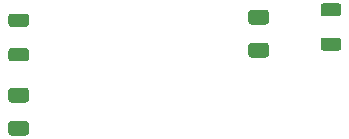
<source format=gbr>
%TF.GenerationSoftware,KiCad,Pcbnew,5.1.9*%
%TF.CreationDate,2021-04-08T17:50:56+05:30*%
%TF.ProjectId,protection,70726f74-6563-4746-996f-6e2e6b696361,rev?*%
%TF.SameCoordinates,Original*%
%TF.FileFunction,Paste,Bot*%
%TF.FilePolarity,Positive*%
%FSLAX46Y46*%
G04 Gerber Fmt 4.6, Leading zero omitted, Abs format (unit mm)*
G04 Created by KiCad (PCBNEW 5.1.9) date 2021-04-08 17:50:56*
%MOMM*%
%LPD*%
G01*
G04 APERTURE LIST*
G04 APERTURE END LIST*
%TO.C,D11*%
G36*
G01*
X191125000Y-112385000D02*
X189875000Y-112385000D01*
G75*
G02*
X189625000Y-112135000I0J250000D01*
G01*
X189625000Y-111385000D01*
G75*
G02*
X189875000Y-111135000I250000J0D01*
G01*
X191125000Y-111135000D01*
G75*
G02*
X191375000Y-111385000I0J-250000D01*
G01*
X191375000Y-112135000D01*
G75*
G02*
X191125000Y-112385000I-250000J0D01*
G01*
G37*
G36*
G01*
X191125000Y-115185000D02*
X189875000Y-115185000D01*
G75*
G02*
X189625000Y-114935000I0J250000D01*
G01*
X189625000Y-114185000D01*
G75*
G02*
X189875000Y-113935000I250000J0D01*
G01*
X191125000Y-113935000D01*
G75*
G02*
X191375000Y-114185000I0J-250000D01*
G01*
X191375000Y-114935000D01*
G75*
G02*
X191125000Y-115185000I-250000J0D01*
G01*
G37*
%TD*%
%TO.C,R10*%
G36*
G01*
X191125002Y-105972500D02*
X189874998Y-105972500D01*
G75*
G02*
X189625000Y-105722502I0J249998D01*
G01*
X189625000Y-105097498D01*
G75*
G02*
X189874998Y-104847500I249998J0D01*
G01*
X191125002Y-104847500D01*
G75*
G02*
X191375000Y-105097498I0J-249998D01*
G01*
X191375000Y-105722502D01*
G75*
G02*
X191125002Y-105972500I-249998J0D01*
G01*
G37*
G36*
G01*
X191125002Y-108897500D02*
X189874998Y-108897500D01*
G75*
G02*
X189625000Y-108647502I0J249998D01*
G01*
X189625000Y-108022498D01*
G75*
G02*
X189874998Y-107772500I249998J0D01*
G01*
X191125002Y-107772500D01*
G75*
G02*
X191375000Y-108022498I0J-249998D01*
G01*
X191375000Y-108647502D01*
G75*
G02*
X191125002Y-108897500I-249998J0D01*
G01*
G37*
%TD*%
%TO.C,R7*%
G36*
G01*
X216314998Y-106884440D02*
X217565002Y-106884440D01*
G75*
G02*
X217815000Y-107134438I0J-249998D01*
G01*
X217815000Y-107759442D01*
G75*
G02*
X217565002Y-108009440I-249998J0D01*
G01*
X216314998Y-108009440D01*
G75*
G02*
X216065000Y-107759442I0J249998D01*
G01*
X216065000Y-107134438D01*
G75*
G02*
X216314998Y-106884440I249998J0D01*
G01*
G37*
G36*
G01*
X216314998Y-103959440D02*
X217565002Y-103959440D01*
G75*
G02*
X217815000Y-104209438I0J-249998D01*
G01*
X217815000Y-104834442D01*
G75*
G02*
X217565002Y-105084440I-249998J0D01*
G01*
X216314998Y-105084440D01*
G75*
G02*
X216065000Y-104834442I0J249998D01*
G01*
X216065000Y-104209438D01*
G75*
G02*
X216314998Y-103959440I249998J0D01*
G01*
G37*
%TD*%
%TO.C,D9*%
G36*
G01*
X211445000Y-105775000D02*
X210195000Y-105775000D01*
G75*
G02*
X209945000Y-105525000I0J250000D01*
G01*
X209945000Y-104775000D01*
G75*
G02*
X210195000Y-104525000I250000J0D01*
G01*
X211445000Y-104525000D01*
G75*
G02*
X211695000Y-104775000I0J-250000D01*
G01*
X211695000Y-105525000D01*
G75*
G02*
X211445000Y-105775000I-250000J0D01*
G01*
G37*
G36*
G01*
X211445000Y-108575000D02*
X210195000Y-108575000D01*
G75*
G02*
X209945000Y-108325000I0J250000D01*
G01*
X209945000Y-107575000D01*
G75*
G02*
X210195000Y-107325000I250000J0D01*
G01*
X211445000Y-107325000D01*
G75*
G02*
X211695000Y-107575000I0J-250000D01*
G01*
X211695000Y-108325000D01*
G75*
G02*
X211445000Y-108575000I-250000J0D01*
G01*
G37*
%TD*%
M02*

</source>
